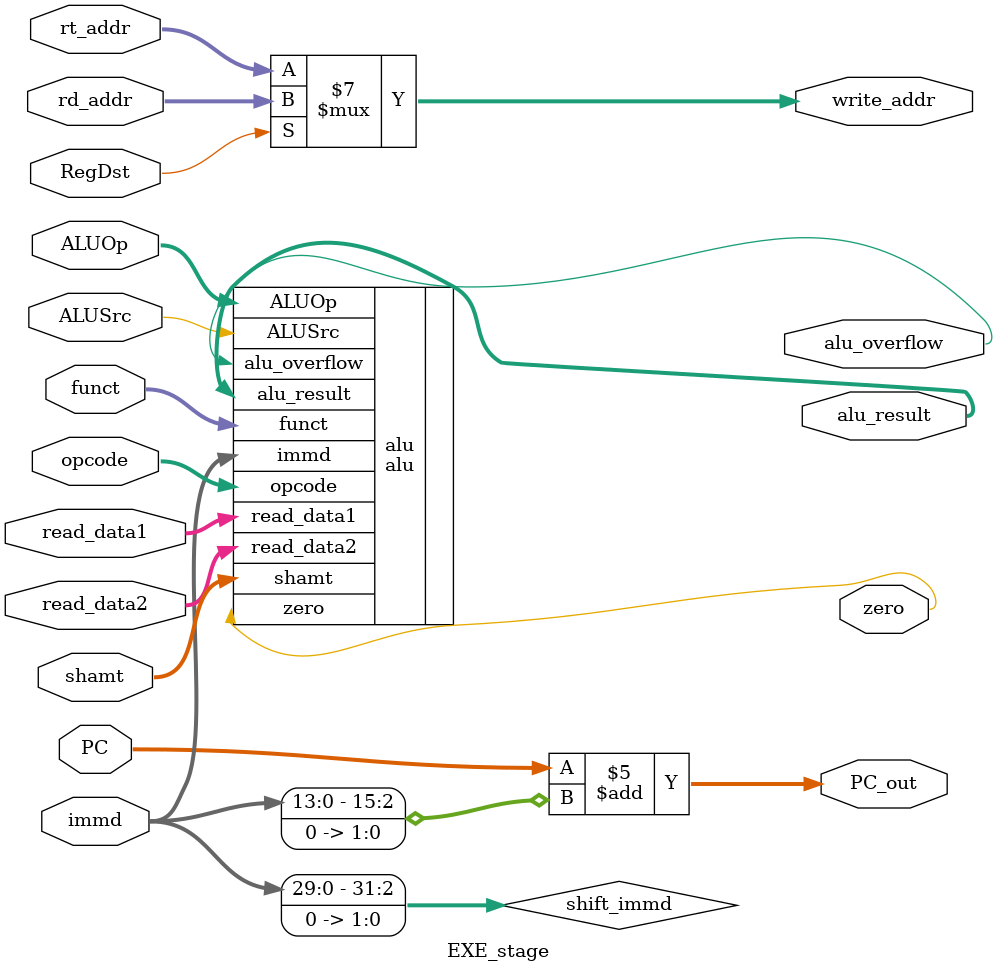
<source format=v>
module EXE_stage(
	//input
	PC,
	//en_exe,
	RegDst,
	read_data1,
	read_data2,
	opcode,
	rd_addr,
	//rs_addr,
	rt_addr,
	shamt,
	funct,
	immd,
	ALUOp,
    ALUSrc,
	//output
	write_addr,
	alu_result,
	alu_overflow,
	zero,
	PC_out
    
);

input [15:0]PC;
//input en_exe;
input RegDst;
input [5:0]opcode;
//input [4:0]rs_addr;
input [4:0]rt_addr;
input [4:0]rd_addr;
input [4:0]shamt;
input [5:0]funct;
input signed [31:0]immd;			//input signed extension immediate[15:0] 
input signed [31:0]read_data1;
input signed [31:0]read_data2;
input [1:0]ALUOp;
input ALUSrc;

output reg[4:0] write_addr;
output signed [31:0]alu_result;
output alu_overflow;
output zero;
output reg [15:0]PC_out;

always@(*) begin
	if(RegDst==1'b1) begin
		write_addr = rd_addr;
	end
	else begin
		write_addr = rt_addr;
	end
end
//for PC counter of BEQ

wire [31:0] shift_immd = immd<<<2;

always@(*) begin
	PC_out = PC + shift_immd[15:0];
end

alu alu(
	//input
	//.en_exe(en_exe),
	.read_data1(read_data1),
	.read_data2(read_data2),
	.immd(immd),
	.opcode(opcode),
	.funct(funct),
	.shamt(shamt),
	.ALUOp(ALUOp),
	.ALUSrc(ALUSrc),
	//output
	.alu_result(alu_result),
	.alu_overflow(alu_overflow),
	.zero(zero)
);


endmodule

</source>
